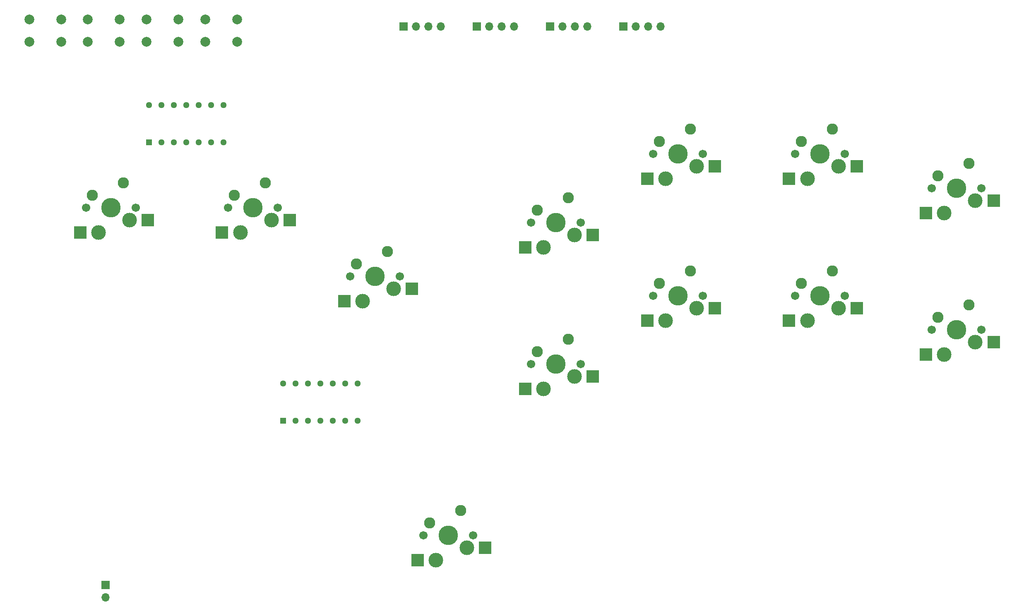
<source format=gbr>
%TF.GenerationSoftware,KiCad,Pcbnew,7.0.2*%
%TF.CreationDate,2023-06-12T14:05:00-07:00*%
%TF.ProjectId,DS5,4453352e-6b69-4636-9164-5f7063625858,rev?*%
%TF.SameCoordinates,Original*%
%TF.FileFunction,Soldermask,Bot*%
%TF.FilePolarity,Negative*%
%FSLAX46Y46*%
G04 Gerber Fmt 4.6, Leading zero omitted, Abs format (unit mm)*
G04 Created by KiCad (PCBNEW 7.0.2) date 2023-06-12 14:05:00*
%MOMM*%
%LPD*%
G01*
G04 APERTURE LIST*
%ADD10R,2.550000X2.500000*%
%ADD11C,2.286000*%
%ADD12C,1.701800*%
%ADD13C,3.000000*%
%ADD14C,3.987800*%
%ADD15R,1.700000X1.700000*%
%ADD16O,1.700000X1.700000*%
%ADD17R,1.295400X1.295400*%
%ADD18C,1.295400*%
%ADD19C,2.000000*%
G04 APERTURE END LIST*
D10*
%TO.C,Triangle*%
X162770000Y-51540000D03*
D11*
X151400000Y-46460000D03*
X157750000Y-43920000D03*
D10*
X148920000Y-54080000D03*
D12*
X160290000Y-49000000D03*
D13*
X159020000Y-51540000D03*
D14*
X155210000Y-49000000D03*
D13*
X152670000Y-54080000D03*
D12*
X150130000Y-49000000D03*
%TD*%
D10*
%TO.C,Square*%
X137770000Y-65540000D03*
D11*
X126400000Y-60460000D03*
X132750000Y-57920000D03*
D10*
X123920000Y-68080000D03*
D12*
X135290000Y-63000000D03*
D13*
X134020000Y-65540000D03*
D14*
X130210000Y-63000000D03*
D13*
X127670000Y-68080000D03*
D12*
X125130000Y-63000000D03*
%TD*%
D10*
%TO.C,R2*%
X191770000Y-80540000D03*
D11*
X180400000Y-75460000D03*
X186750000Y-72920000D03*
D10*
X177920000Y-83080000D03*
D12*
X189290000Y-78000000D03*
D13*
X188020000Y-80540000D03*
D14*
X184210000Y-78000000D03*
D13*
X181670000Y-83080000D03*
D12*
X179130000Y-78000000D03*
%TD*%
%TO.C,R1*%
X179130000Y-49000000D03*
D13*
X181670000Y-54080000D03*
D14*
X184210000Y-49000000D03*
D13*
X188020000Y-51540000D03*
D12*
X189290000Y-49000000D03*
D10*
X177920000Y-54080000D03*
D11*
X186750000Y-43920000D03*
X180400000Y-46460000D03*
D10*
X191770000Y-51540000D03*
%TD*%
%TO.C,L2*%
X219770000Y-87540000D03*
D11*
X208400000Y-82460000D03*
X214750000Y-79920000D03*
D10*
X205920000Y-90080000D03*
D12*
X217290000Y-85000000D03*
D13*
X216020000Y-87540000D03*
D14*
X212210000Y-85000000D03*
D13*
X209670000Y-90080000D03*
D12*
X207130000Y-85000000D03*
%TD*%
D10*
%TO.C,L1*%
X219770000Y-58540000D03*
D11*
X208400000Y-53460000D03*
X214750000Y-50920000D03*
D10*
X205920000Y-61080000D03*
D12*
X217290000Y-56000000D03*
D13*
X216020000Y-58540000D03*
D14*
X212210000Y-56000000D03*
D13*
X209670000Y-61080000D03*
D12*
X207130000Y-56000000D03*
%TD*%
%TO.C,DU1*%
X103130000Y-127000000D03*
D13*
X105670000Y-132080000D03*
D14*
X108210000Y-127000000D03*
D13*
X112020000Y-129540000D03*
D12*
X113290000Y-127000000D03*
D10*
X101920000Y-132080000D03*
D11*
X110750000Y-121920000D03*
X104400000Y-124460000D03*
D10*
X115770000Y-129540000D03*
%TD*%
D12*
%TO.C,Right*%
X88130000Y-74000000D03*
D13*
X90670000Y-79080000D03*
D14*
X93210000Y-74000000D03*
D13*
X97020000Y-76540000D03*
D12*
X98290000Y-74000000D03*
D10*
X86920000Y-79080000D03*
D11*
X95750000Y-68920000D03*
X89400000Y-71460000D03*
D10*
X100770000Y-76540000D03*
%TD*%
D12*
%TO.C,Left*%
X34130000Y-60000000D03*
D13*
X36670000Y-65080000D03*
D14*
X39210000Y-60000000D03*
D13*
X43020000Y-62540000D03*
D12*
X44290000Y-60000000D03*
D10*
X32920000Y-65080000D03*
D11*
X41750000Y-54920000D03*
X35400000Y-57460000D03*
D10*
X46770000Y-62540000D03*
%TD*%
D12*
%TO.C,Down*%
X63130000Y-60000000D03*
D13*
X65670000Y-65080000D03*
D14*
X68210000Y-60000000D03*
D13*
X72020000Y-62540000D03*
D12*
X73290000Y-60000000D03*
D10*
X61920000Y-65080000D03*
D11*
X70750000Y-54920000D03*
X64400000Y-57460000D03*
D10*
X75770000Y-62540000D03*
%TD*%
%TO.C,Cross*%
X137770000Y-94540000D03*
D11*
X126400000Y-89460000D03*
X132750000Y-86920000D03*
D10*
X123920000Y-97080000D03*
D12*
X135290000Y-92000000D03*
D13*
X134020000Y-94540000D03*
D14*
X130210000Y-92000000D03*
D13*
X127670000Y-97080000D03*
D12*
X125130000Y-92000000D03*
%TD*%
%TO.C,Circle*%
X150130000Y-78000000D03*
D13*
X152670000Y-83080000D03*
D14*
X155210000Y-78000000D03*
D13*
X159020000Y-80540000D03*
D12*
X160290000Y-78000000D03*
D10*
X148920000Y-83080000D03*
D11*
X157750000Y-72920000D03*
X151400000Y-75460000D03*
D10*
X162770000Y-80540000D03*
%TD*%
D15*
%TO.C,Battery*%
X38100000Y-137160000D03*
D16*
X38100000Y-139700000D03*
%TD*%
D17*
%TO.C,Left+Right*%
X47000000Y-46620000D03*
D18*
X49540000Y-46620000D03*
X52080000Y-46620000D03*
X54620000Y-46620000D03*
X57160000Y-46620000D03*
X59700000Y-46620000D03*
X62240000Y-46620000D03*
X62240000Y-39000000D03*
X59700000Y-39000000D03*
X57160000Y-39000000D03*
X54620000Y-39000000D03*
X52080000Y-39000000D03*
X49540000Y-39000000D03*
X47000000Y-39000000D03*
%TD*%
D15*
%TO.C,Shoulder*%
X144060000Y-22860000D03*
D16*
X146600000Y-22860000D03*
X149140000Y-22860000D03*
X151680000Y-22860000D03*
%TD*%
%TO.C,DPad1*%
X121680000Y-22860000D03*
X119140000Y-22860000D03*
X116600000Y-22860000D03*
D15*
X114060000Y-22860000D03*
%TD*%
D17*
%TO.C,Up+Down*%
X74460000Y-103620000D03*
D18*
X77000000Y-103620000D03*
X79540000Y-103620000D03*
X82080000Y-103620000D03*
X84620000Y-103620000D03*
X87160000Y-103620000D03*
X89700000Y-103620000D03*
X89700000Y-96000000D03*
X87160000Y-96000000D03*
X84620000Y-96000000D03*
X82080000Y-96000000D03*
X79540000Y-96000000D03*
X77000000Y-96000000D03*
X74460000Y-96000000D03*
%TD*%
D19*
%TO.C,SHARE1*%
X46500000Y-21500000D03*
X53000000Y-21500000D03*
X46500000Y-26000000D03*
X53000000Y-26000000D03*
%TD*%
%TO.C,TOUCH1*%
X58500000Y-21500000D03*
X65000000Y-21500000D03*
X58500000Y-26000000D03*
X65000000Y-26000000D03*
%TD*%
%TO.C,OPTION1*%
X34500000Y-21500000D03*
X41000000Y-21500000D03*
X34500000Y-26000000D03*
X41000000Y-26000000D03*
%TD*%
D15*
%TO.C,Face*%
X129060000Y-22860000D03*
D16*
X131600000Y-22860000D03*
X134140000Y-22860000D03*
X136680000Y-22860000D03*
%TD*%
D19*
%TO.C,PS1*%
X22500000Y-21500000D03*
X29000000Y-21500000D03*
X22500000Y-26000000D03*
X29000000Y-26000000D03*
%TD*%
D15*
%TO.C,Side*%
X99060000Y-22860000D03*
D16*
X101600000Y-22860000D03*
X104140000Y-22860000D03*
X106680000Y-22860000D03*
%TD*%
M02*

</source>
